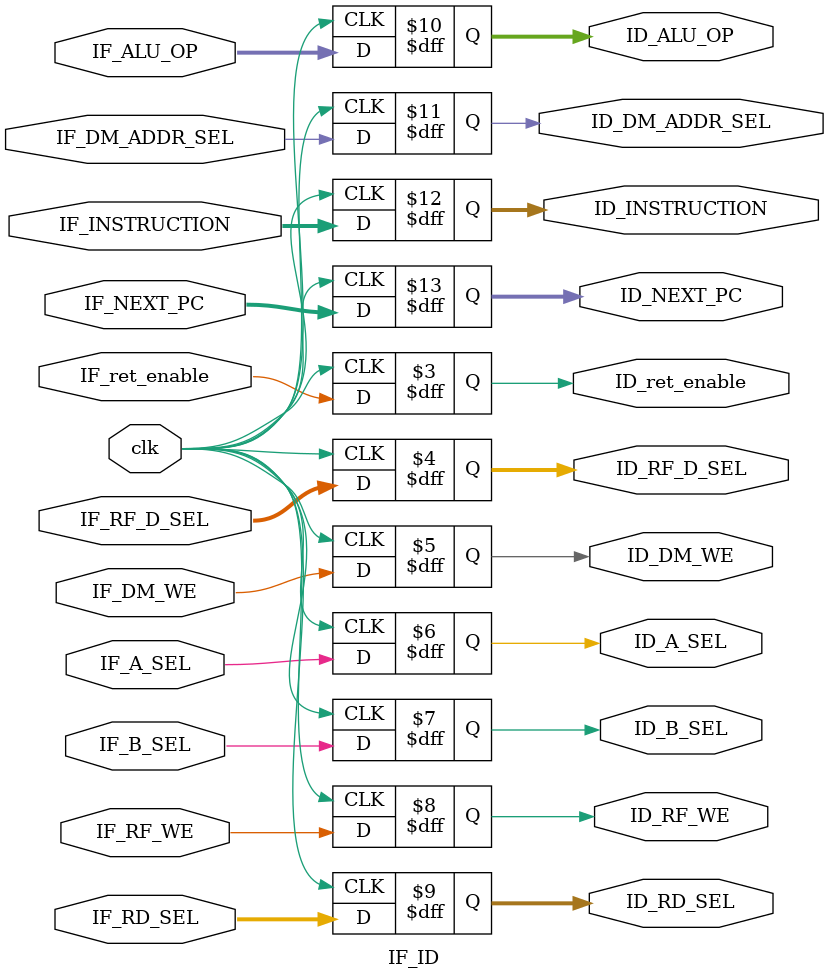
<source format=sv>
module IF_ID(
	input logic clk,
	input logic IF_ret_enable,
	input logic [1:0]IF_RF_D_SEL,
	input logic IF_DM_WE,
	input logic IF_A_SEL,
	input logic IF_B_SEL,
	input logic IF_RF_WE,
	input logic [1:0]IF_RD_SEL,
	input logic [4:0]IF_ALU_OP,
	input logic IF_DM_ADDR_SEL,
	input logic [31:0]IF_INSTRUCTION,
	input logic [31:0]IF_NEXT_PC,
	
	output logic ID_ret_enable,
	output logic [1:0]ID_RF_D_SEL,
	output logic ID_DM_WE,
	output logic ID_A_SEL,
	output logic ID_B_SEL,
	output logic ID_RF_WE,
	output logic [1:0]ID_RD_SEL,
	output logic [4:0]ID_ALU_OP,
	output logic ID_DM_ADDR_SEL,
	output logic [31:0]ID_INSTRUCTION,
	output logic [31:0]ID_NEXT_PC
);

`define SIMULATION
`ifdef SIMULATION
initial begin
	ID_ret_enable = 0;
	ID_RF_D_SEL = 0;
	ID_DM_WE = 0;
	ID_A_SEL = 0;
	ID_B_SEL = 0;
	ID_RF_WE = 0;
	ID_RD_SEL = 0;
	ID_ALU_OP = 0;
	ID_DM_ADDR_SEL = 0;
	ID_INSTRUCTION = 0;
	ID_NEXT_PC = 0;
end
`endif

always @(posedge clk) begin
	ID_ret_enable = IF_ret_enable;
	ID_RF_D_SEL = IF_RF_D_SEL;
	ID_DM_WE = IF_DM_WE;
	ID_A_SEL = IF_A_SEL;
	ID_B_SEL = IF_B_SEL;
	ID_RF_WE = IF_RF_WE;
	ID_RD_SEL = IF_RD_SEL;
	ID_ALU_OP = IF_ALU_OP;
	ID_DM_ADDR_SEL = IF_DM_ADDR_SEL;
	ID_INSTRUCTION = IF_INSTRUCTION;
	ID_NEXT_PC = IF_NEXT_PC;
end

endmodule


</source>
